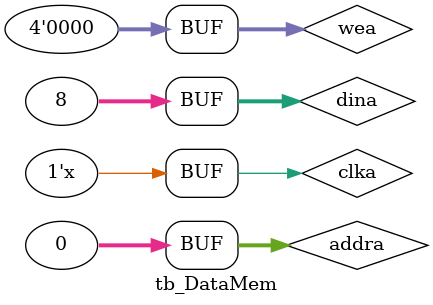
<source format=v>
`timescale 1ns / 1ps


module tb_DataMem;

	// Inputs
	reg clka;
	reg [3:0] wea;
	reg [31:0] addra;
	reg [31:0] dina;

	// Outputs
	wire [31:0] douta;

	// Instantiate the Unit Under Test (UUT)
	DataMemory uut (
		.clka(clka), 
		.wea(wea), 
		.addra(addra), 
		.dina(dina), 
		.douta(douta)
	);

	initial begin
		// Initialize Inputs
		clka = 0;
		wea = 0;
		addra = 0;
		dina = 0;

		// Wait 100 ns for global reset to finish
		#100;
        
		// Add stimulus here
		#2
		wea = 4'b1;
		dina = 32'b1101;
		#2
		addra = 32'b100;
		dina = 32'b1000;
		#2
		wea = 4'b0;
		addra = 32'b0;
		
	end
	always #1 clka = ~clka;
      
endmodule


</source>
